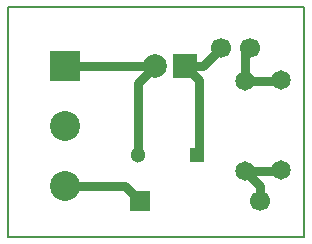
<source format=gbr>
G04 #@! TF.FileFunction,Copper,L2,Bot,Signal*
%FSLAX46Y46*%
G04 Gerber Fmt 4.6, Leading zero omitted, Abs format (unit mm)*
G04 Created by KiCad (PCBNEW 4.0.2-stable) date 08/05/2016 13:05:11*
%MOMM*%
G01*
G04 APERTURE LIST*
%ADD10C,0.100000*%
%ADD11C,0.150000*%
%ADD12R,1.300000X1.300000*%
%ADD13C,1.300000*%
%ADD14C,1.699260*%
%ADD15R,1.699260X1.699260*%
%ADD16R,2.000000X2.000000*%
%ADD17C,2.000000*%
%ADD18R,2.540000X2.540000*%
%ADD19C,2.540000*%
%ADD20C,1.651000*%
%ADD21C,1.700000*%
%ADD22C,0.800000*%
G04 APERTURE END LIST*
D10*
D11*
X150000000Y-111500000D02*
X151500000Y-111500000D01*
X154000000Y-111500000D02*
X150000000Y-111500000D01*
X151000000Y-111500000D02*
X154000000Y-111500000D01*
X154000000Y-92000000D02*
X154000000Y-111500000D01*
X129000000Y-92000000D02*
X154000000Y-92000000D01*
X129000000Y-93500000D02*
X129000000Y-92000000D01*
X129000000Y-111500000D02*
X151000000Y-111500000D01*
X129000000Y-93500000D02*
X129000000Y-111500000D01*
D12*
X145000000Y-104500000D03*
D13*
X140000000Y-104500000D03*
D14*
X150300520Y-108447460D03*
D15*
X140140520Y-108447460D03*
D16*
X144000000Y-97000000D03*
D17*
X141460000Y-97000000D03*
D18*
X133790000Y-97020000D03*
D19*
X133790000Y-102100000D03*
X133790000Y-107180000D03*
D20*
X149030000Y-105910000D03*
X149030000Y-98290000D03*
X152075001Y-98190000D03*
X152075001Y-105810000D03*
D21*
X149500000Y-95500000D03*
X147000000Y-95500000D03*
D22*
X149030000Y-98290000D02*
X151975001Y-98290000D01*
X151975001Y-98290000D02*
X152075001Y-98190000D01*
X144000000Y-97000000D02*
X145500000Y-97000000D01*
X149030000Y-95970000D02*
X149030000Y-98290000D01*
X149500000Y-95500000D02*
X149030000Y-95970000D01*
X145500000Y-97000000D02*
X147000000Y-95500000D01*
X145140000Y-98210000D02*
X143950000Y-97020000D01*
X145140000Y-104640000D02*
X145140000Y-98210000D01*
X133790000Y-97020000D02*
X141440000Y-97020000D01*
X141440000Y-97020000D02*
X140000000Y-98460000D01*
X140000000Y-98460000D02*
X140000000Y-104500000D01*
X140480000Y-97020000D02*
X140500000Y-97000000D01*
X140500000Y-97000000D02*
X141460000Y-97000000D01*
X141440000Y-97020000D02*
X141460000Y-97000000D01*
X149030000Y-105910000D02*
X151975001Y-105910000D01*
X151975001Y-105910000D02*
X152075001Y-105810000D01*
X150300520Y-108447460D02*
X150300520Y-107180520D01*
X150300520Y-107180520D02*
X149030000Y-105910000D01*
X133790000Y-107180000D02*
X138873060Y-107180000D01*
X138873060Y-107180000D02*
X140140520Y-108447460D01*
M02*

</source>
